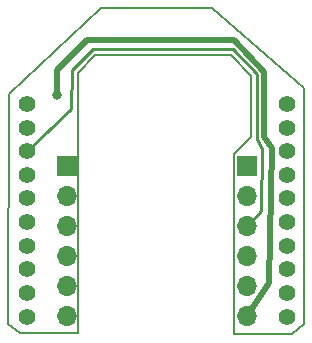
<source format=gtl>
G04 #@! TF.GenerationSoftware,KiCad,Pcbnew,7.99.0-unknown-556120554e~172~ubuntu22.04.1*
G04 #@! TF.CreationDate,2023-08-17T23:45:12+09:00*
G04 #@! TF.ProjectId,bGeigieCast V1.6.0(StampS3),62476569-6769-4654-9361-73742056312e,rev?*
G04 #@! TF.SameCoordinates,Original*
G04 #@! TF.FileFunction,Copper,L1,Top*
G04 #@! TF.FilePolarity,Positive*
%FSLAX46Y46*%
G04 Gerber Fmt 4.6, Leading zero omitted, Abs format (unit mm)*
G04 Created by KiCad (PCBNEW 7.99.0-unknown-556120554e~172~ubuntu22.04.1) date 2023-08-17 23:45:12*
%MOMM*%
%LPD*%
G01*
G04 APERTURE LIST*
G04 #@! TA.AperFunction,ComponentPad*
%ADD10C,1.400000*%
G04 #@! TD*
G04 #@! TA.AperFunction,ComponentPad*
%ADD11R,1.700000X1.700000*%
G04 #@! TD*
G04 #@! TA.AperFunction,ComponentPad*
%ADD12O,1.700000X1.700000*%
G04 #@! TD*
G04 #@! TA.AperFunction,ViaPad*
%ADD13C,0.800000*%
G04 #@! TD*
G04 #@! TA.AperFunction,Conductor*
%ADD14C,0.500000*%
G04 #@! TD*
G04 #@! TA.AperFunction,Conductor*
%ADD15C,0.250000*%
G04 #@! TD*
G04 #@! TA.AperFunction,Profile*
%ADD16C,0.150000*%
G04 #@! TD*
G04 APERTURE END LIST*
D10*
X137400000Y-99350000D03*
X137400000Y-101350000D03*
X137400000Y-103350000D03*
X137400000Y-105350000D03*
X137400000Y-107350000D03*
X137400000Y-109350000D03*
X137400000Y-111350000D03*
X137400000Y-113350000D03*
X137400000Y-115350000D03*
X137400000Y-117350000D03*
X159400000Y-117350000D03*
X159400000Y-115350000D03*
X159400000Y-113350000D03*
X159400000Y-111350000D03*
X159400000Y-109350000D03*
X159400000Y-107350000D03*
X159400000Y-105350000D03*
X159400000Y-103350000D03*
X159400000Y-101350000D03*
X159400000Y-99350000D03*
D11*
X140796000Y-104592000D03*
D12*
X140796000Y-107132000D03*
X140796000Y-109672000D03*
X140796000Y-112212000D03*
X140796000Y-114752000D03*
X140796000Y-117292000D03*
D11*
X156050000Y-104592000D03*
D12*
X156050000Y-107132000D03*
X156050000Y-109672000D03*
X156050000Y-112212000D03*
X156050000Y-114752000D03*
X156050000Y-117292000D03*
D13*
X139987000Y-98623000D03*
D14*
X158148000Y-103068000D02*
X157894000Y-114498000D01*
X139987000Y-96464000D02*
X142527000Y-93966333D01*
X142527000Y-93966333D02*
X154973000Y-93924000D01*
X139987000Y-98623000D02*
X139987000Y-96464000D01*
X157513000Y-96650267D02*
X157513000Y-102179000D01*
X157894000Y-114498000D02*
X156050000Y-117292000D01*
X154973000Y-93924000D02*
X157513000Y-96650267D01*
X157513000Y-102179000D02*
X158148000Y-103068000D01*
D15*
X154846000Y-94686000D02*
X156878000Y-96845000D01*
X137400000Y-103350000D02*
X141130000Y-99766000D01*
X156878000Y-102306000D02*
X157317506Y-103195000D01*
X141257000Y-96464000D02*
X143035000Y-94686000D01*
X143035000Y-94686000D02*
X154846000Y-94686000D01*
X157259000Y-108402000D02*
X156050000Y-109672000D01*
X141130000Y-99766000D02*
X141257000Y-96464000D01*
X156878000Y-96845000D02*
X156878000Y-102306000D01*
X157317506Y-103195000D02*
X157259000Y-108402000D01*
D16*
X135836040Y-117988000D02*
X136850000Y-118750000D01*
X135923000Y-98496000D02*
X135836040Y-117988000D01*
X141765000Y-118741000D02*
X136850000Y-118750000D01*
X159832000Y-118816000D02*
X154973000Y-118816000D01*
X160850000Y-117950000D02*
X160866000Y-97996000D01*
X143670000Y-91257000D02*
X135923000Y-98496000D01*
X160850000Y-117950000D02*
X159832000Y-118816000D01*
X141765000Y-96718000D02*
X141765000Y-118741000D01*
X156360127Y-102138500D02*
X154973000Y-103576000D01*
X154719000Y-95194000D02*
X156370000Y-96972000D01*
X154973000Y-103576000D02*
X154973000Y-118816000D01*
X153068000Y-91257000D02*
X143670000Y-91257000D01*
X143162000Y-95194000D02*
X141765000Y-96718000D01*
X154719000Y-95194000D02*
X143162000Y-95194000D01*
X156379872Y-96972000D02*
X156360127Y-102138500D01*
X153068000Y-91257000D02*
X160866000Y-97996000D01*
M02*

</source>
